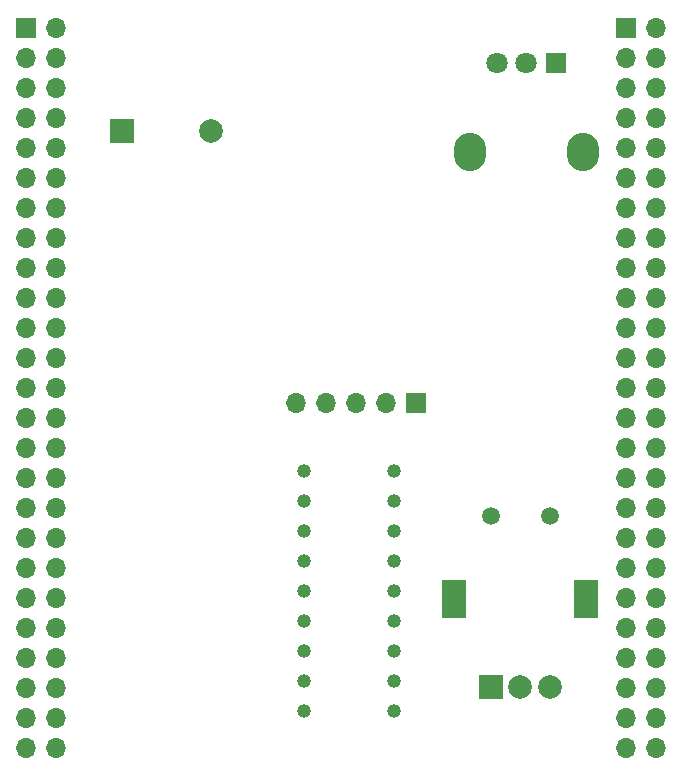
<source format=gbr>
%TF.GenerationSoftware,KiCad,Pcbnew,(7.0.0)*%
%TF.CreationDate,2023-06-01T09:58:41-06:00*%
%TF.ProjectId,morseTrans_proto,6d6f7273-6554-4726-916e-735f70726f74,rev?*%
%TF.SameCoordinates,Original*%
%TF.FileFunction,Soldermask,Bot*%
%TF.FilePolarity,Negative*%
%FSLAX46Y46*%
G04 Gerber Fmt 4.6, Leading zero omitted, Abs format (unit mm)*
G04 Created by KiCad (PCBNEW (7.0.0)) date 2023-06-01 09:58:41*
%MOMM*%
%LPD*%
G01*
G04 APERTURE LIST*
%ADD10R,2.000000X2.000000*%
%ADD11C,2.000000*%
%ADD12R,1.700000X1.700000*%
%ADD13O,1.700000X1.700000*%
%ADD14C,1.192000*%
%ADD15C,1.500000*%
%ADD16R,2.000000X3.200000*%
%ADD17O,2.720000X3.240000*%
%ADD18R,1.800000X1.800000*%
%ADD19C,1.800000*%
G04 APERTURE END LIST*
D10*
%TO.C,LS1*%
X104413999Y-62356999D03*
D11*
X112014000Y-62357000D03*
%TD*%
D12*
%TO.C,J3*%
X129305999Y-85425999D03*
D13*
X126765999Y-85425999D03*
X124225999Y-85425999D03*
X121685999Y-85425999D03*
X119145999Y-85425999D03*
%TD*%
D14*
%TO.C,Display*%
X119888000Y-91186000D03*
X119888000Y-93726000D03*
X119888000Y-96266000D03*
X119888000Y-98806000D03*
X119888000Y-101346000D03*
X119888000Y-103886000D03*
X119888000Y-106426000D03*
X119888000Y-108966000D03*
X119888000Y-111506000D03*
X127508000Y-111506000D03*
X127508000Y-108966000D03*
X127508000Y-106426000D03*
X127508000Y-103886000D03*
X127508000Y-101346000D03*
X127508000Y-98806000D03*
X127508000Y-96266000D03*
X127508000Y-93726000D03*
X127508000Y-91186000D03*
%TD*%
D15*
%TO.C,SW3*%
X135676000Y-94987000D03*
X140676000Y-94987000D03*
D10*
X135675999Y-109486999D03*
D11*
X140676000Y-109487000D03*
X138176000Y-109487000D03*
D16*
X132575999Y-101986999D03*
X143775999Y-101986999D03*
%TD*%
D17*
%TO.C,RV1*%
X143483999Y-64131999D03*
X133883999Y-64131999D03*
D18*
X141183999Y-56631999D03*
D19*
X138684000Y-56632000D03*
X136184000Y-56632000D03*
%TD*%
D12*
%TO.C,J2*%
X147110963Y-53706551D03*
D13*
X149650963Y-53706551D03*
X147110963Y-56246551D03*
X149650963Y-56246551D03*
X147110963Y-58786551D03*
X149650963Y-58786551D03*
X147110963Y-61326551D03*
X149650963Y-61326551D03*
X147110963Y-63866551D03*
X149650963Y-63866551D03*
X147110963Y-66406551D03*
X149650963Y-66406551D03*
X147110963Y-68946551D03*
X149650963Y-68946551D03*
X147110963Y-71486551D03*
X149650963Y-71486551D03*
X147110963Y-74026551D03*
X149650963Y-74026551D03*
X147110963Y-76566551D03*
X149650963Y-76566551D03*
X147110963Y-79106551D03*
X149650963Y-79106551D03*
X147110963Y-81646551D03*
X149650963Y-81646551D03*
X147110963Y-84186551D03*
X149650963Y-84186551D03*
X147110963Y-86726551D03*
X149650963Y-86726551D03*
X147110963Y-89266551D03*
X149650963Y-89266551D03*
X147110963Y-91806551D03*
X149650963Y-91806551D03*
X147110963Y-94346551D03*
X149650963Y-94346551D03*
X147110963Y-96886551D03*
X149650963Y-96886551D03*
X147110963Y-99426551D03*
X149650963Y-99426551D03*
X147110963Y-101966551D03*
X149650963Y-101966551D03*
X147110963Y-104506551D03*
X149650963Y-104506551D03*
X147110963Y-107046551D03*
X149650963Y-107046551D03*
X147110963Y-109586551D03*
X149650963Y-109586551D03*
X147110963Y-112126551D03*
X149650963Y-112126551D03*
X147110963Y-114666551D03*
X149650963Y-114666551D03*
%TD*%
D12*
%TO.C,J1*%
X96348789Y-53690998D03*
D13*
X98888789Y-53690998D03*
X96348789Y-56230998D03*
X98888789Y-56230998D03*
X96348789Y-58770998D03*
X98888789Y-58770998D03*
X96348789Y-61310998D03*
X98888789Y-61310998D03*
X96348789Y-63850998D03*
X98888789Y-63850998D03*
X96348789Y-66390998D03*
X98888789Y-66390998D03*
X96348789Y-68930998D03*
X98888789Y-68930998D03*
X96348789Y-71470998D03*
X98888789Y-71470998D03*
X96348789Y-74010998D03*
X98888789Y-74010998D03*
X96348789Y-76550998D03*
X98888789Y-76550998D03*
X96348789Y-79090998D03*
X98888789Y-79090998D03*
X96348789Y-81630998D03*
X98888789Y-81630998D03*
X96348789Y-84170998D03*
X98888789Y-84170998D03*
X96348789Y-86710998D03*
X98888789Y-86710998D03*
X96348789Y-89250998D03*
X98888789Y-89250998D03*
X96348789Y-91790998D03*
X98888789Y-91790998D03*
X96348789Y-94330998D03*
X98888789Y-94330998D03*
X96348789Y-96870998D03*
X98888789Y-96870998D03*
X96348789Y-99410998D03*
X98888789Y-99410998D03*
X96348789Y-101950998D03*
X98888789Y-101950998D03*
X96348789Y-104490998D03*
X98888789Y-104490998D03*
X96348789Y-107030998D03*
X98888789Y-107030998D03*
X96348789Y-109570998D03*
X98888789Y-109570998D03*
X96348789Y-112110998D03*
X98888789Y-112110998D03*
X96348789Y-114650998D03*
X98888789Y-114650998D03*
%TD*%
M02*

</source>
